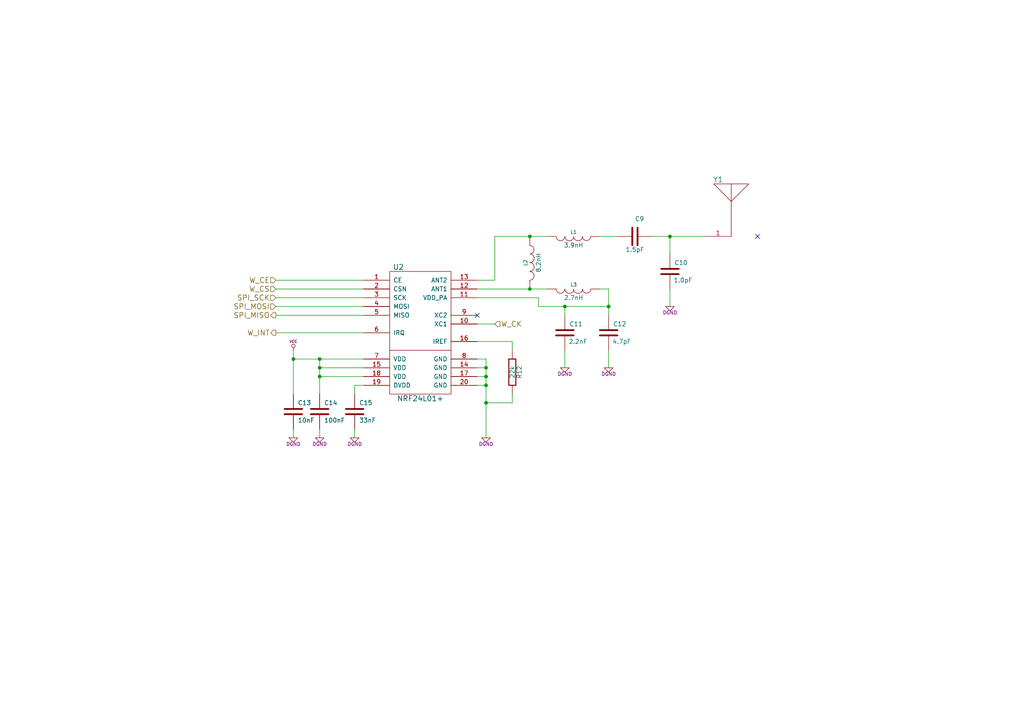
<source format=kicad_sch>
(kicad_sch (version 20231120) (generator "eeschema") (generator_version "8.0")
  (paper "A4")
  (title_block (title "Crazyflie control board") (date "3 feb 2013") (rev "F") (company "Bitcraze AB (CC BY-NC-SA)"))
  (lib_symbols
    (symbol "Crazyflie-contol-board-rescue:C" (pin_numbers hide) (pin_names (offset 0.254))
      (property "Reference" "C" (at 1.27 2.54 0))
      (property "Value" "C" (at 1.27 -2.54 0))
      (symbol "C_0_1"
        (polyline (pts (xy -2.54 -0.762) (xy 2.54 -0.762)) (stroke (width 0.508)))
        (polyline (pts (xy -2.54 0.762) (xy 2.54 0.762)) (stroke (width 0.508)))
      )
      (symbol "C_1_1"
        (pin passive line (at 0 5.08 270) (length 4.318) (name "~") (number "1"))
        (pin passive line (at 0 -5.08 90) (length 4.318) (name "~") (number "2"))
      )
    )
    (symbol "Crazyflie-contol-board-rescue:CHIP_ANTENNA" (pin_names (offset 1.016))
      (property "Reference" "Y" (at -3.81 19.05 0))
      (property "Value" "CHIP_ANTENNA" (at 0 0 0))
      (symbol "CHIP_ANTENNA_0_1"
        (polyline (pts (xy 0 2.54) (xy 0 12.7) (xy -5.08 17.78) (xy 5.08 17.78) (xy 0 12.7) (xy 0 17.78) (xy 0 17.78)))
      )
      (symbol "CHIP_ANTENNA_1_1"
        (pin bidirectional line (at -7.62 2.54 0) (length 7.62) (name "~") (number "1"))
        (pin input line (at 7.62 2.54 180) (length 7.62) hide (name "~") (number "2"))
      )
    )
    (symbol "Crazyflie-contol-board-rescue:DGND" (power) (pin_names (offset 1.016))
      (property "Value" "DGND" (at 0 -1.778 0))
      (symbol "DGND_0_1"
        (polyline (pts (xy -1.27 0) (xy 0 -1.27) (xy 1.27 0) (xy -1.27 0)))
      )
      (symbol "DGND_1_1"
        (pin power_in line (at 0 0 90) (length 0) hide (name "DGND") (number "1"))
      )
    )
    (symbol "Crazyflie-contol-board-rescue:INDUCTOR" (pin_numbers hide) (pin_names (offset 1.016) hide)
      (property "Reference" "L" (at -1.27 0 90))
      (property "Value" "INDUCTOR" (at 2.54 0 90))
      (symbol "INDUCTOR_0_1"
        (arc (start 0.0254 -5.0546) (mid 1.2449 -3.8097) (end 0.0254 -2.54))
        (arc (start 0.0254 -2.5146) (mid 1.2703 -1.2444) (end 0.0254 0.0508))
        (arc (start 0.0254 0.0254) (mid 1.2703 1.2956) (end 0.0254 2.5908))
        (arc (start 0.0254 2.5654) (mid 1.1941 3.7595) (end 0.0254 4.9784))
      )
      (symbol "INDUCTOR_1_1"
        (pin passive line (at 0 7.62 270) (length 2.54) (name "1") (number "1"))
        (pin passive line (at 0 -7.62 90) (length 2.54) (name "2") (number "2"))
      )
    )
    (symbol "Crazyflie-contol-board-rescue:NRF24L01+" (pin_names (offset 1.016))
      (property "Reference" "U" (at -6.35 20.32 0))
      (property "Value" "NRF24L01+" (at -1.27 -17.78 0))
      (symbol "NRF24L01+_0_1"
        (rectangle (start -8.89 19.05) (end 8.89 -16.51))
        (polyline (pts (xy -8.89 -3.81) (xy 8.89 -3.81) (xy 8.89 -3.81)))
      )
      (symbol "NRF24L01+_1_1"
        (pin input line (at -16.51 16.51 0) (length 7.62) (name "CE") (number "1"))
        (pin input line (at 16.51 3.81 180) (length 7.62) (name "XC1") (number "10"))
        (pin output line (at 16.51 11.43 180) (length 7.62) (name "VDD_PA") (number "11"))
        (pin bidirectional line (at 16.51 13.97 180) (length 7.62) (name "ANT1") (number "12"))
        (pin bidirectional line (at 16.51 16.51 180) (length 7.62) (name "ANT2") (number "13"))
        (pin power_in line (at 16.51 -8.89 180) (length 7.62) (name "GND") (number "14"))
        (pin power_in line (at -16.51 -8.89 0) (length 7.62) (name "VDD") (number "15"))
        (pin output line (at 16.51 -1.27 180) (length 7.62) (name "IREF") (number "16"))
        (pin power_in line (at 16.51 -11.43 180) (length 7.62) (name "GND") (number "17"))
        (pin power_in line (at -16.51 -11.43 0) (length 7.62) (name "VDD") (number "18"))
        (pin passive line (at -16.51 -13.97 0) (length 7.62) (name "DVDD") (number "19"))
        (pin input line (at -16.51 13.97 0) (length 7.62) (name "CSN") (number "2"))
        (pin power_in line (at 16.51 -13.97 180) (length 7.62) (name "GND") (number "20"))
        (pin input line (at -16.51 11.43 0) (length 7.62) (name "SCK") (number "3"))
        (pin input line (at -16.51 8.89 0) (length 7.62) (name "MOSI") (number "4"))
        (pin output line (at -16.51 6.35 0) (length 7.62) (name "MISO") (number "5"))
        (pin output line (at -16.51 1.27 0) (length 7.62) (name "IRQ") (number "6"))
        (pin power_in line (at -16.51 -6.35 0) (length 7.62) (name "VDD") (number "7"))
        (pin power_in line (at 16.51 -6.35 180) (length 7.62) (name "GND") (number "8"))
        (pin input line (at 16.51 6.35 180) (length 7.62) (name "XC2") (number "9"))
      )
    )
    (symbol "Crazyflie-contol-board-rescue:R" (pin_numbers hide) (pin_names (offset 0))
      (property "Reference" "R" (at 2.032 0 90))
      (property "Value" "R" (at 0 0 90))
      (symbol "R_0_1"
        (rectangle (start -1.016 3.81) (end 1.016 -3.81) (stroke (width 0.3048)))
      )
      (symbol "R_1_1"
        (pin passive line (at 0 6.35 270) (length 2.54) (name "~") (number "1"))
        (pin passive line (at 0 -6.35 90) (length 2.54) (name "~") (number "2"))
      )
    )
    (symbol "Crazyflie-contol-board-rescue:VCC" (power) (pin_names (offset 0))
      (property "Value" "VCC" (at 0 2.54 0))
      (symbol "VCC_0_0"
        (pin power_in line (at 0 0 90) (length 0) hide (name "VCC") (number "1"))
      )
      (symbol "VCC_0_1"
        (polyline (pts (xy 0 0) (xy 0 0.762) (xy 0 0.762)))
        (circle (center 0 1.27) (radius 0.508))
      )
    )
  )
  (junction (at 163.83 88.9))
  (junction (at 85.09 104.14))
  (junction (at 140.97 106.68))
  (junction (at 194.31 68.58))
  (junction (at 153.67 83.82))
  (junction (at 92.71 109.22))
  (junction (at 140.97 116.84))
  (junction (at 92.71 106.68))
  (junction (at 140.97 111.76))
  (junction (at 176.53 88.9))
  (junction (at 92.71 104.14))
  (junction (at 140.97 109.22))
  (junction (at 153.67 68.58))
  (no_connect (at 138.43 91.44))
  (no_connect (at 219.71 68.58))
  (wire (pts (xy 105.41 106.68) (xy 92.71 106.68)))
  (wire (pts (xy 158.75 68.58) (xy 153.67 68.58)))
  (wire (pts (xy 140.97 116.84) (xy 140.97 111.76)))
  (wire (pts (xy 92.71 114.3) (xy 92.71 109.22)))
  (wire (pts (xy 138.43 111.76) (xy 140.97 111.76)))
  (wire (pts (xy 156.21 86.36) (xy 156.21 88.9)))
  (wire (pts (xy 176.53 88.9) (xy 176.53 83.82)))
  (wire (pts (xy 140.97 109.22) (xy 140.97 106.68)))
  (wire (pts (xy 194.31 88.9) (xy 194.31 83.82)))
  (wire (pts (xy 153.67 68.58) (xy 143.51 68.58)))
  (wire (pts (xy 138.43 93.98) (xy 143.51 93.98)))
  (wire (pts (xy 92.71 109.22) (xy 92.71 106.68)))
  (wire (pts (xy 153.67 83.82) (xy 158.75 83.82)))
  (wire (pts (xy 179.07 68.58) (xy 173.99 68.58)))
  (wire (pts (xy 140.97 104.14) (xy 138.43 104.14)))
  (wire (pts (xy 105.41 88.9) (xy 80.01 88.9)))
  (wire (pts (xy 163.83 88.9) (xy 176.53 88.9)))
  (wire (pts (xy 176.53 101.6) (xy 176.53 106.68)))
  (wire (pts (xy 140.97 106.68) (xy 140.97 104.14)))
  (wire (pts (xy 140.97 109.22) (xy 138.43 109.22)))
  (wire (pts (xy 105.41 109.22) (xy 92.71 109.22)))
  (wire (pts (xy 156.21 88.9) (xy 163.83 88.9)))
  (wire (pts (xy 85.09 104.14) (xy 85.09 101.6)))
  (wire (pts (xy 143.51 81.28) (xy 138.43 81.28)))
  (wire (pts (xy 85.09 124.46) (xy 85.09 127)))
  (wire (pts (xy 194.31 73.66) (xy 194.31 68.58)))
  (wire (pts (xy 176.53 91.44) (xy 176.53 88.9)))
  (wire (pts (xy 102.87 127) (xy 102.87 124.46)))
  (wire (pts (xy 92.71 124.46) (xy 92.71 127)))
  (wire (pts (xy 102.87 111.76) (xy 102.87 114.3)))
  (wire (pts (xy 105.41 91.44) (xy 80.01 91.44)))
  (wire (pts (xy 138.43 99.06) (xy 148.59 99.06)))
  (wire (pts (xy 105.41 81.28) (xy 80.01 81.28)))
  (wire (pts (xy 138.43 106.68) (xy 140.97 106.68)))
  (wire (pts (xy 92.71 104.14) (xy 85.09 104.14)))
  (wire (pts (xy 105.41 86.36) (xy 80.01 86.36)))
  (wire (pts (xy 92.71 106.68) (xy 92.71 104.14)))
  (wire (pts (xy 105.41 104.14) (xy 92.71 104.14)))
  (wire (pts (xy 163.83 91.44) (xy 163.83 88.9)))
  (wire (pts (xy 85.09 114.3) (xy 85.09 104.14)))
  (wire (pts (xy 163.83 101.6) (xy 163.83 106.68)))
  (wire (pts (xy 105.41 111.76) (xy 102.87 111.76)))
  (wire (pts (xy 138.43 86.36) (xy 156.21 86.36)))
  (wire (pts (xy 148.59 116.84) (xy 148.59 114.3)))
  (wire (pts (xy 176.53 83.82) (xy 173.99 83.82)))
  (wire (pts (xy 194.31 68.58) (xy 189.23 68.58)))
  (wire (pts (xy 140.97 116.84) (xy 148.59 116.84)))
  (wire (pts (xy 140.97 111.76) (xy 140.97 109.22)))
  (wire (pts (xy 105.41 96.52) (xy 80.01 96.52)))
  (wire (pts (xy 140.97 127) (xy 140.97 116.84)))
  (wire (pts (xy 148.59 99.06) (xy 148.59 101.6)))
  (wire (pts (xy 138.43 83.82) (xy 153.67 83.82)))
  (wire (pts (xy 204.47 68.58) (xy 194.31 68.58)))
  (wire (pts (xy 105.41 83.82) (xy 80.01 83.82)))
  (wire (pts (xy 143.51 68.58) (xy 143.51 81.28)))
  (hierarchical_label "W_CS" (shape input) (at 80.01 83.82 180) (effects (font (size 1.524 1.524))))
  (hierarchical_label "W_CK" (shape input) (at 143.51 93.98 0) (effects (font (size 1.524 1.524))))
  (hierarchical_label "SPI_SCK" (shape input) (at 80.01 86.36 180) (effects (font (size 1.524 1.524))))
  (hierarchical_label "SPI_MISO" (shape output) (at 80.01 91.44 180) (effects (font (size 1.524 1.524))))
  (hierarchical_label "W_CE" (shape input) (at 80.01 81.28 180) (effects (font (size 1.524 1.524))))
  (hierarchical_label "W_INT" (shape output) (at 80.01 96.52 180) (effects (font (size 1.524 1.524))))
  (hierarchical_label "SPI_MOSI" (shape input) (at 80.01 88.9 180) (effects (font (size 1.524 1.524))))
  (symbol (lib_id "Crazyflie-contol-board-rescue:NRF24L01+") (at 121.92 97.79 0) (unit 1)
    (property "Reference" "U2" (at 115.57 77.47 0) (effects (font (size 1.524 1.524))))
    (property "Value" "NRF24L01+" (at 121.92 115.57 0) (effects (font (size 1.524 1.524))))
    (property "Footprint" "QFN20-4x4mm" (effects (hide yes)))
    (property "Description" "Nordic Semi" (effects (hide yes)))
    (property "Field5" "nRF24L01P" (effects (hide yes)))
  )
  (symbol (lib_id "Crazyflie-contol-board-rescue:R") (at 148.59 107.95 0) (unit 1)
    (property "Reference" "R12" (at 150.622 107.95 90))
    (property "Value" "22k" (at 148.59 107.95 90))
    (property "Footprint" "SM0603" (effects (hide yes)))
    (property "Description" "General" (effects (hide yes)))
    (property "Field5" "+/-1%, 0.125W, 25V" (effects (hide yes)))
  )
  (symbol (lib_id "Crazyflie-contol-board-rescue:DGND") (at 140.97 127 0) (unit 1)
    (property "Reference" "#PWR050" (effects (hide yes)))
    (property "Value" "DGND" (effects (hide yes)))
    (property "Description" "DGND" (at 140.97 128.778 0) (effects (font (size 1.016 1.016))))
  )
  (symbol (lib_id "Crazyflie-contol-board-rescue:DGND") (at 102.87 127 0) (unit 1)
    (property "Reference" "#PWR049" (effects (hide yes)))
    (property "Value" "DGND" (effects (hide yes)))
    (property "Description" "DGND" (at 102.87 128.778 0) (effects (font (size 1.016 1.016))))
  )
  (symbol (lib_id "Crazyflie-contol-board-rescue:DGND") (at 92.71 127 0) (unit 1)
    (property "Reference" "#PWR048" (effects (hide yes)))
    (property "Value" "DGND" (effects (hide yes)))
    (property "Description" "DGND" (at 92.71 128.778 0) (effects (font (size 1.016 1.016))))
  )
  (symbol (lib_id "Crazyflie-contol-board-rescue:DGND") (at 85.09 127 0) (unit 1)
    (property "Reference" "#PWR047" (effects (hide yes)))
    (property "Value" "DGND" (effects (hide yes)))
    (property "Description" "DGND" (at 85.09 128.778 0) (effects (font (size 1.016 1.016))))
  )
  (symbol (lib_id "Crazyflie-contol-board-rescue:INDUCTOR") (at 153.67 76.2 0) (unit 1)
    (property "Reference" "L2" (at 152.4 76.2 90) (effects (font (size 1.016 1.016))))
    (property "Value" "8.2nH" (at 156.21 76.2 90))
    (property "Footprint" "SM0603_Capa" (effects (hide yes)))
    (property "Description" "General" (effects (hide yes)))
    (property "Field5" "+/-5%" (effects (hide yes)))
  )
  (symbol (lib_id "Crazyflie-contol-board-rescue:INDUCTOR") (at 166.37 68.58 270) (unit 1)
    (property "Reference" "L1" (at 166.37 67.31 90) (effects (font (size 1.016 1.016))))
    (property "Value" "3.9nH" (at 166.37 71.12 90))
    (property "Footprint" "SM0603_Capa" (effects (hide yes)))
    (property "Description" "General" (effects (hide yes)))
    (property "Field5" "+/-5%" (effects (hide yes)))
  )
  (symbol (lib_id "Crazyflie-contol-board-rescue:C") (at 184.15 68.58 270) (unit 1)
    (property "Reference" "C9" (at 184.15 63.5 90) (effects (justify left)))
    (property "Value" "1.5pF" (at 184.15 72.39 90))
    (property "Footprint" "SM0603_Capa" (effects (hide yes)))
    (property "Description" "General" (effects (hide yes)))
    (property "Field5" "NPO, +/- 0.1pF" (effects (hide yes)))
  )
  (symbol (lib_id "Crazyflie-contol-board-rescue:C") (at 194.31 78.74 0) (unit 1)
    (property "Reference" "C10" (at 195.58 76.2 0) (effects (justify left)))
    (property "Value" "1.0pF" (at 198.12 81.28 0))
    (property "Footprint" "SM0603_Capa" (effects (hide yes)))
    (property "Description" "General" (effects (hide yes)))
    (property "Field5" "NPO, +/- 0.1pF" (effects (hide yes)))
  )
  (symbol (lib_id "Crazyflie-contol-board-rescue:INDUCTOR") (at 166.37 83.82 270) (unit 1)
    (property "Reference" "L3" (at 166.37 82.55 90) (effects (font (size 1.016 1.016))))
    (property "Value" "2.7nH" (at 166.37 86.36 90))
    (property "Footprint" "SM0603_Capa" (effects (hide yes)))
    (property "Description" "General" (effects (hide yes)))
    (property "Field5" "+/-5%" (effects (hide yes)))
  )
  (symbol (lib_id "Crazyflie-contol-board-rescue:C") (at 163.83 96.52 0) (unit 1)
    (property "Reference" "C11" (at 165.1 93.98 0) (effects (justify left)))
    (property "Value" "2.2nF" (at 167.64 99.06 0))
    (property "Footprint" "SM0603_Capa" (effects (hide yes)))
    (property "Description" "General" (effects (hide yes)))
    (property "Field5" "X7R, +/- 10%" (effects (hide yes)))
  )
  (symbol (lib_id "Crazyflie-contol-board-rescue:C") (at 176.53 96.52 0) (unit 1)
    (property "Reference" "C12" (at 177.8 93.98 0) (effects (justify left)))
    (property "Value" "4.7pF" (at 180.34 99.06 0))
    (property "Footprint" "SM0603_Capa" (effects (hide yes)))
    (property "Description" "General Inductor" (effects (hide yes)))
    (property "Field5" "NPO, +/- 0.25pF" (effects (hide yes)))
  )
  (symbol (lib_id "Crazyflie-contol-board-rescue:DGND") (at 163.83 106.68 0) (unit 1)
    (property "Reference" "#PWR046" (effects (hide yes)))
    (property "Value" "DGND" (effects (hide yes)))
    (property "Description" "DGND" (at 163.83 108.458 0) (effects (font (size 1.016 1.016))))
  )
  (symbol (lib_id "Crazyflie-contol-board-rescue:DGND") (at 176.53 106.68 0) (unit 1)
    (property "Reference" "#PWR045" (effects (hide yes)))
    (property "Value" "DGND" (effects (hide yes)))
    (property "Description" "DGND" (at 176.53 108.458 0) (effects (font (size 1.016 1.016))))
  )
  (symbol (lib_id "Crazyflie-contol-board-rescue:DGND") (at 194.31 88.9 0) (unit 1)
    (property "Reference" "#PWR044" (effects (hide yes)))
    (property "Value" "DGND" (effects (hide yes)))
    (property "Description" "DGND" (at 194.31 90.678 0) (effects (font (size 1.016 1.016))))
  )
  (symbol (lib_id "Crazyflie-contol-board-rescue:CHIP_ANTENNA") (at 212.09 71.12 0) (unit 1)
    (property "Reference" "Y1" (at 208.28 52.07 0) (effects (font (size 1.524 1.524))))
    (property "Value" "CHIP_ANTENNA" (effects (hide yes)))
    (property "Footprint" "CHIP-ANT-6.5x2.2" (effects (hide yes)))
    (property "Description" "Linx Technologies" (effects (hide yes)))
    (property "Field5" "ANT-2.45-CHP" (effects (hide yes)))
  )
  (symbol (lib_id "Crazyflie-contol-board-rescue:VCC") (at 85.09 101.6 0) (unit 1)
    (property "Reference" "#PWR043" (effects (hide yes)))
    (property "Value" "VCC" (effects (hide yes)))
    (property "Description" "VCC" (at 85.09 99.06 0) (effects (font (size 0.762 0.762))))
  )
  (symbol (lib_id "Crazyflie-contol-board-rescue:C") (at 85.09 119.38 0) (unit 1)
    (property "Reference" "C13" (at 86.36 116.84 0) (effects (justify left)))
    (property "Value" "10nF" (at 86.36 121.92 0) (effects (justify left)))
    (property "Footprint" "SM0603_Capa" (effects (hide yes)))
  )
  (symbol (lib_id "Crazyflie-contol-board-rescue:C") (at 92.71 119.38 0) (unit 1)
    (property "Reference" "C14" (at 93.98 116.84 0) (effects (justify left)))
    (property "Value" "100nF" (at 93.98 121.92 0) (effects (justify left)))
    (property "Footprint" "SM0603_Capa" (effects (hide yes)))
  )
  (symbol (lib_id "Crazyflie-contol-board-rescue:C") (at 102.87 119.38 0) (unit 1)
    (property "Reference" "C15" (at 104.14 116.84 0) (effects (justify left)))
    (property "Value" "33nF" (at 104.14 121.92 0) (effects (justify left)))
    (property "Footprint" "SM0603_Capa" (effects (hide yes)))
    (property "Description" "General" (effects (hide yes)))
    (property "Field5" "X7R, +/-10%, 6.3V" (effects (hide yes)))
  )
)
</source>
